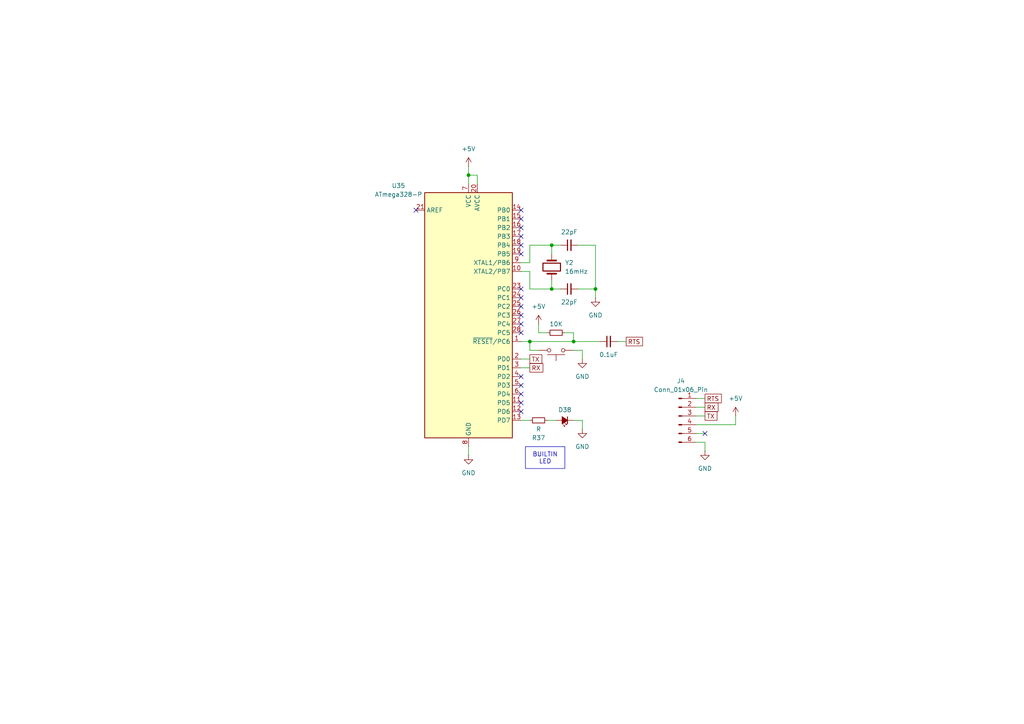
<source format=kicad_sch>
(kicad_sch (version 20231120) (generator "eeschema") (generator_version "8.0")
  (paper "A4")
  (lib_symbols
    (symbol "Connector:Conn_01x06_Pin" (pin_names (offset 1.016) hide)
      (property "Reference" "J" (at 0 7.62 0))
      (property "Value" "Conn_01x06_Pin" (at 0 -10.16 0))
      (symbol "Conn_01x06_Pin_1_1"
        (polyline (pts (xy 1.27 -7.62) (xy 0.8636 -7.62)) (stroke (width 0.1524)))
        (polyline (pts (xy 1.27 -5.08) (xy 0.8636 -5.08)) (stroke (width 0.1524)))
        (polyline (pts (xy 1.27 -2.54) (xy 0.8636 -2.54)) (stroke (width 0.1524)))
        (polyline (pts (xy 1.27 0) (xy 0.8636 0)) (stroke (width 0.1524)))
        (polyline (pts (xy 1.27 2.54) (xy 0.8636 2.54)) (stroke (width 0.1524)))
        (polyline (pts (xy 1.27 5.08) (xy 0.8636 5.08)) (stroke (width 0.1524)))
        (rectangle (start 0.8636 -7.493) (end 0 -7.747) (stroke (width 0.1524)) (fill (type outline)))
        (rectangle (start 0.8636 -4.953) (end 0 -5.207) (stroke (width 0.1524)) (fill (type outline)))
        (rectangle (start 0.8636 -2.413) (end 0 -2.667) (stroke (width 0.1524)) (fill (type outline)))
        (rectangle (start 0.8636 0.127) (end 0 -0.127) (stroke (width 0.1524)) (fill (type outline)))
        (rectangle (start 0.8636 2.667) (end 0 2.413) (stroke (width 0.1524)) (fill (type outline)))
        (rectangle (start 0.8636 5.207) (end 0 4.953) (stroke (width 0.1524)) (fill (type outline)))
        (pin passive line (at 5.08 5.08 180) (length 3.81) (name "Pin_1") (number "1"))
        (pin passive line (at 5.08 2.54 180) (length 3.81) (name "Pin_2") (number "2"))
        (pin passive line (at 5.08 0 180) (length 3.81) (name "Pin_3") (number "3"))
        (pin passive line (at 5.08 -2.54 180) (length 3.81) (name "Pin_4") (number "4"))
        (pin passive line (at 5.08 -5.08 180) (length 3.81) (name "Pin_5") (number "5"))
        (pin passive line (at 5.08 -7.62 180) (length 3.81) (name "Pin_6") (number "6"))
      )
    )
    (symbol "Device:C_Small" (pin_numbers hide) (pin_names (offset 0.254) hide)
      (property "Reference" "C" (at 0.254 1.778 0))
      (property "Value" "C_Small" (at 0.254 -2.032 0))
      (symbol "C_Small_0_1"
        (polyline (pts (xy -1.524 -0.508) (xy 1.524 -0.508)) (stroke (width 0.3302)))
        (polyline (pts (xy -1.524 0.508) (xy 1.524 0.508)) (stroke (width 0.3048)))
      )
      (symbol "C_Small_1_1"
        (pin passive line (at 0 2.54 270) (length 2.032) (name "~") (number "1"))
        (pin passive line (at 0 -2.54 90) (length 2.032) (name "~") (number "2"))
      )
    )
    (symbol "Device:Crystal" (pin_numbers hide) (pin_names (offset 1.016) hide)
      (property "Reference" "Y" (at 0 3.81 0))
      (property "Value" "Crystal" (at 0 -3.81 0))
      (symbol "Crystal_0_1"
        (rectangle (start -1.143 2.54) (end 1.143 -2.54) (stroke (width 0.3048)))
        (polyline (pts (xy -2.54 0) (xy -1.905 0)))
        (polyline (pts (xy -1.905 -1.27) (xy -1.905 1.27)) (stroke (width 0.508)))
        (polyline (pts (xy 1.905 -1.27) (xy 1.905 1.27)) (stroke (width 0.508)))
        (polyline (pts (xy 2.54 0) (xy 1.905 0)))
      )
      (symbol "Crystal_1_1"
        (pin passive line (at -3.81 0 0) (length 1.27) (name "1") (number "1"))
        (pin passive line (at 3.81 0 180) (length 1.27) (name "2") (number "2"))
      )
    )
    (symbol "Device:LED_Small_Filled" (pin_numbers hide) (pin_names (offset 0.254) hide)
      (property "Reference" "D" (at -1.27 3.175 0))
      (property "Value" "LED_Small_Filled" (at -4.445 -2.54 0))
      (symbol "LED_Small_Filled_0_1"
        (polyline (pts (xy -0.762 -1.016) (xy -0.762 1.016)) (stroke (width 0.254)))
        (polyline (pts (xy 1.016 0) (xy -0.762 0)))
        (polyline (pts (xy 0.762 -1.016) (xy -0.762 0) (xy 0.762 1.016) (xy 0.762 -1.016)) (stroke (width 0.254)) (fill (type outline)))
        (polyline (pts (xy 0 0.762) (xy -0.508 1.27) (xy -0.254 1.27) (xy -0.508 1.27) (xy -0.508 1.016)))
        (polyline (pts (xy 0.508 1.27) (xy 0 1.778) (xy 0.254 1.778) (xy 0 1.778) (xy 0 1.524)))
      )
      (symbol "LED_Small_Filled_1_1"
        (pin passive line (at -2.54 0 0) (length 1.778) (name "K") (number "1"))
        (pin passive line (at 2.54 0 180) (length 1.778) (name "A") (number "2"))
      )
    )
    (symbol "Device:R_Small" (pin_numbers hide) (pin_names (offset 0.254) hide)
      (property "Reference" "R" (at 0.762 0.508 0))
      (property "Value" "R_Small" (at 0.762 -1.016 0))
      (symbol "R_Small_0_1"
        (rectangle (start -0.762 1.778) (end 0.762 -1.778) (stroke (width 0.2032)))
      )
      (symbol "R_Small_1_1"
        (pin passive line (at 0 2.54 270) (length 0.762) (name "~") (number "1"))
        (pin passive line (at 0 -2.54 90) (length 0.762) (name "~") (number "2"))
      )
    )
    (symbol "MCU_Microchip_ATmega:ATmega328-P"
      (property "Reference" "U" (at -12.7 36.83 0))
      (property "Value" "ATmega328-P" (at 2.54 -36.83 0))
      (symbol "ATmega328-P_0_1"
        (rectangle (start -12.7 -35.56) (end 12.7 35.56) (stroke (width 0.254)) (fill (type background)))
      )
      (symbol "ATmega328-P_1_1"
        (pin bidirectional line (at 15.24 -7.62 180) (length 2.54) (name "~{RESET}/PC6") (number "1"))
        (pin bidirectional line (at 15.24 12.7 180) (length 2.54) (name "XTAL2/PB7") (number "10"))
        (pin bidirectional line (at 15.24 -25.4 180) (length 2.54) (name "PD5") (number "11"))
        (pin bidirectional line (at 15.24 -27.94 180) (length 2.54) (name "PD6") (number "12"))
        (pin bidirectional line (at 15.24 -30.48 180) (length 2.54) (name "PD7") (number "13"))
        (pin bidirectional line (at 15.24 30.48 180) (length 2.54) (name "PB0") (number "14"))
        (pin bidirectional line (at 15.24 27.94 180) (length 2.54) (name "PB1") (number "15"))
        (pin bidirectional line (at 15.24 25.4 180) (length 2.54) (name "PB2") (number "16"))
        (pin bidirectional line (at 15.24 22.86 180) (length 2.54) (name "PB3") (number "17"))
        (pin bidirectional line (at 15.24 20.32 180) (length 2.54) (name "PB4") (number "18"))
        (pin bidirectional line (at 15.24 17.78 180) (length 2.54) (name "PB5") (number "19"))
        (pin bidirectional line (at 15.24 -12.7 180) (length 2.54) (name "PD0") (number "2"))
        (pin power_in line (at 2.54 38.1 270) (length 2.54) (name "AVCC") (number "20"))
        (pin passive line (at -15.24 30.48 0) (length 2.54) (name "AREF") (number "21"))
        (pin passive line (at 0 -38.1 90) (length 2.54) hide (name "GND") (number "22"))
        (pin bidirectional line (at 15.24 7.62 180) (length 2.54) (name "PC0") (number "23"))
        (pin bidirectional line (at 15.24 5.08 180) (length 2.54) (name "PC1") (number "24"))
        (pin bidirectional line (at 15.24 2.54 180) (length 2.54) (name "PC2") (number "25"))
        (pin bidirectional line (at 15.24 0 180) (length 2.54) (name "PC3") (number "26"))
        (pin bidirectional line (at 15.24 -2.54 180) (length 2.54) (name "PC4") (number "27"))
        (pin bidirectional line (at 15.24 -5.08 180) (length 2.54) (name "PC5") (number "28"))
        (pin bidirectional line (at 15.24 -15.24 180) (length 2.54) (name "PD1") (number "3"))
        (pin bidirectional line (at 15.24 -17.78 180) (length 2.54) (name "PD2") (number "4"))
        (pin bidirectional line (at 15.24 -20.32 180) (length 2.54) (name "PD3") (number "5"))
        (pin bidirectional line (at 15.24 -22.86 180) (length 2.54) (name "PD4") (number "6"))
        (pin power_in line (at 0 38.1 270) (length 2.54) (name "VCC") (number "7"))
        (pin power_in line (at 0 -38.1 90) (length 2.54) (name "GND") (number "8"))
        (pin bidirectional line (at 15.24 15.24 180) (length 2.54) (name "XTAL1/PB6") (number "9"))
      )
    )
    (symbol "Switch:SW_Push" (pin_numbers hide) (pin_names (offset 1.016) hide)
      (property "Reference" "SW" (at 1.27 2.54 0))
      (property "Value" "SW_Push" (at 0 -1.524 0))
      (symbol "SW_Push_0_1"
        (circle (center -2.032 0) (radius 0.508))
        (polyline (pts (xy 0 1.27) (xy 0 3.048)))
        (polyline (pts (xy 2.54 1.27) (xy -2.54 1.27)))
        (circle (center 2.032 0) (radius 0.508))
        (pin passive line (at -5.08 0 0) (length 2.54) (name "1") (number "1"))
        (pin passive line (at 5.08 0 180) (length 2.54) (name "2") (number "2"))
      )
    )
    (symbol "power:+5V" (power) (pin_numbers hide) (pin_names (offset 0) hide)
      (property "Value" "+5V" (at 0 3.556 0))
      (symbol "+5V_0_1"
        (polyline (pts (xy -0.762 1.27) (xy 0 2.54)))
        (polyline (pts (xy 0 0) (xy 0 2.54)))
        (polyline (pts (xy 0 2.54) (xy 0.762 1.27)))
      )
      (symbol "+5V_1_1"
        (pin power_in line (at 0 0 90) (length 0) (name "~") (number "1"))
      )
    )
    (symbol "power:GND" (power) (pin_numbers hide) (pin_names (offset 0) hide)
      (property "Value" "GND" (at 0 -3.81 0))
      (symbol "GND_0_1"
        (polyline (pts (xy 0 0) (xy 0 -1.27) (xy 1.27 -1.27) (xy 0 -2.54) (xy -1.27 -1.27) (xy 0 -1.27)))
      )
      (symbol "GND_1_1"
        (pin power_in line (at 0 0 270) (length 0) (name "~") (number "1"))
      )
    )
  )
  (junction (at 135.89 50.8))
  (junction (at 160.02 83.82))
  (junction (at 166.37 99.06))
  (junction (at 160.02 71.12))
  (junction (at 172.72 83.82))
  (junction (at 153.67 99.06))
  (no_connect (at 151.13 114.3))
  (no_connect (at 120.65 60.96))
  (no_connect (at 151.13 119.38))
  (no_connect (at 151.13 71.12))
  (no_connect (at 151.13 96.52))
  (no_connect (at 151.13 63.5))
  (no_connect (at 151.13 68.58))
  (no_connect (at 151.13 91.44))
  (no_connect (at 151.13 66.04))
  (no_connect (at 151.13 60.96))
  (no_connect (at 151.13 111.76))
  (no_connect (at 151.13 93.98))
  (no_connect (at 151.13 73.66))
  (no_connect (at 151.13 83.82))
  (no_connect (at 151.13 86.36))
  (no_connect (at 151.13 88.9))
  (no_connect (at 204.47 125.73))
  (no_connect (at 151.13 116.84))
  (no_connect (at 151.13 109.22))
  (wire (pts (xy 151.13 104.14) (xy 153.67 104.14)))
  (wire (pts (xy 166.37 121.92) (xy 168.91 121.92)))
  (wire (pts (xy 151.13 121.92) (xy 153.67 121.92)))
  (wire (pts (xy 160.02 71.12) (xy 162.56 71.12)))
  (wire (pts (xy 138.43 50.8) (xy 138.43 53.34)))
  (wire (pts (xy 167.64 83.82) (xy 172.72 83.82)))
  (wire (pts (xy 156.21 101.6) (xy 153.67 101.6)))
  (wire (pts (xy 201.93 120.65) (xy 204.47 120.65)))
  (wire (pts (xy 135.89 48.26) (xy 135.89 50.8)))
  (wire (pts (xy 160.02 83.82) (xy 162.56 83.82)))
  (wire (pts (xy 151.13 78.74) (xy 153.67 78.74)))
  (wire (pts (xy 168.91 101.6) (xy 168.91 104.14)))
  (wire (pts (xy 168.91 121.92) (xy 168.91 124.46)))
  (wire (pts (xy 172.72 71.12) (xy 167.64 71.12)))
  (wire (pts (xy 158.75 121.92) (xy 161.29 121.92)))
  (wire (pts (xy 153.67 71.12) (xy 153.67 76.2)))
  (wire (pts (xy 166.37 101.6) (xy 168.91 101.6)))
  (wire (pts (xy 201.93 123.19) (xy 213.36 123.19)))
  (wire (pts (xy 151.13 106.68) (xy 153.67 106.68)))
  (wire (pts (xy 153.67 83.82) (xy 160.02 83.82)))
  (wire (pts (xy 201.93 118.11) (xy 204.47 118.11)))
  (wire (pts (xy 179.07 99.06) (xy 181.61 99.06)))
  (wire (pts (xy 201.93 115.57) (xy 204.47 115.57)))
  (wire (pts (xy 166.37 99.06) (xy 173.99 99.06)))
  (wire (pts (xy 201.93 128.27) (xy 204.47 128.27)))
  (wire (pts (xy 172.72 83.82) (xy 172.72 86.36)))
  (wire (pts (xy 163.83 96.52) (xy 166.37 96.52)))
  (wire (pts (xy 201.93 125.73) (xy 204.47 125.73)))
  (wire (pts (xy 166.37 96.52) (xy 166.37 99.06)))
  (wire (pts (xy 153.67 99.06) (xy 153.67 101.6)))
  (wire (pts (xy 160.02 83.82) (xy 160.02 81.28)))
  (wire (pts (xy 158.75 96.52) (xy 156.21 96.52)))
  (wire (pts (xy 172.72 71.12) (xy 172.72 83.82)))
  (wire (pts (xy 160.02 71.12) (xy 153.67 71.12)))
  (wire (pts (xy 151.13 76.2) (xy 153.67 76.2)))
  (wire (pts (xy 153.67 78.74) (xy 153.67 83.82)))
  (wire (pts (xy 160.02 73.66) (xy 160.02 71.12)))
  (wire (pts (xy 151.13 99.06) (xy 153.67 99.06)))
  (wire (pts (xy 135.89 50.8) (xy 138.43 50.8)))
  (wire (pts (xy 204.47 128.27) (xy 204.47 130.81)))
  (wire (pts (xy 135.89 129.54) (xy 135.89 132.08)))
  (wire (pts (xy 153.67 99.06) (xy 166.37 99.06)))
  (wire (pts (xy 156.21 93.98) (xy 156.21 96.52)))
  (wire (pts (xy 135.89 50.8) (xy 135.89 53.34)))
  (wire (pts (xy 213.36 120.65) (xy 213.36 123.19)))
  (text_box "BUILTIN\nLED" (at 152.4 129.54 0) (size 11.43 6.35) (effects (font (size 1.27 1.27))))
  (global_label "RX" (shape passive) (at 204.47 118.11 0) (property "Intersheetrefs" "${INTERSHEET_REFS}" (effects (hide yes))))
  (global_label "RTS" (shape passive) (at 181.61 99.06 0) (property "Intersheetrefs" "${INTERSHEET_REFS}" (effects (hide yes))))
  (global_label "RX" (shape passive) (at 153.67 106.68 0) (property "Intersheetrefs" "${INTERSHEET_REFS}" (effects (hide yes))))
  (global_label "RTS" (shape passive) (at 204.47 115.57 0) (property "Intersheetrefs" "${INTERSHEET_REFS}" (effects (hide yes))))
  (global_label "TX" (shape passive) (at 153.67 104.14 0) (property "Intersheetrefs" "${INTERSHEET_REFS}" (effects (hide yes))))
  (global_label "TX" (shape passive) (at 204.47 120.65 0) (property "Intersheetrefs" "${INTERSHEET_REFS}" (effects (hide yes))))
  (symbol (lib_id "power:GND") (at 204.47 130.81 0) (unit 1)
    (property "Reference" "#PWR053" (effects (hide yes)))
    (property "Value" "GND" (at 204.47 135.89 0))
    (property "Description" "Power symbol creates a global label with name \"GND\" , ground" (effects (hide yes)))
  )
  (symbol (lib_id "MCU_Microchip_ATmega:ATmega328-P") (at 135.89 91.44 0) (unit 1)
    (property "Reference" "U35" (at 115.57 53.8667 0))
    (property "Value" "ATmega328-P" (at 115.57 56.4067 0))
    (property "Footprint" "Package_DIP:DIP-28_W7.62mm" (effects (hide yes)))
    (property "Datasheet" "http://ww1.microchip.com/downloads/en/DeviceDoc/ATmega328_P%20AVR%20MCU%20with%20picoPower%20Technology%20Data%20Sheet%2040001984A.pdf" (effects (hide yes)))
    (property "Description" "20MHz, 32kB Flash, 2kB SRAM, 1kB EEPROM, DIP-28" (effects (hide yes)))
  )
  (symbol (lib_id "Device:C_Small") (at 176.53 99.06 90) (mirror x) (unit 1)
    (property "Reference" "C12" (effects (hide yes)))
    (property "Value" "0.1uF" (at 176.5363 102.87 90))
    (property "Description" "Unpolarized capacitor, small symbol" (effects (hide yes)))
  )
  (symbol (lib_id "power:+5V") (at 213.36 120.65 0) (unit 1)
    (property "Reference" "#PWR052" (effects (hide yes)))
    (property "Value" "+5V" (at 213.36 115.57 0))
    (property "Description" "Power symbol creates a global label with name \"+5V\"" (effects (hide yes)))
  )
  (symbol (lib_id "power:+5V") (at 156.21 93.98 0) (unit 1)
    (property "Reference" "#PWR051" (effects (hide yes)))
    (property "Value" "+5V" (at 156.21 88.9 0))
    (property "Description" "Power symbol creates a global label with name \"+5V\"" (effects (hide yes)))
  )
  (symbol (lib_id "power:GND") (at 168.91 104.14 0) (unit 1)
    (property "Reference" "#PWR050" (effects (hide yes)))
    (property "Value" "GND" (at 168.91 109.22 0))
    (property "Description" "Power symbol creates a global label with name \"GND\" , ground" (effects (hide yes)))
  )
  (symbol (lib_id "Device:Crystal") (at 160.02 77.47 90) (unit 1)
    (property "Reference" "Y2" (at 163.83 76.2 90) (effects (justify right)))
    (property "Value" "16mHz" (at 163.83 78.74 90) (effects (justify right)))
    (property "Description" "Two pin crystal" (effects (hide yes)))
  )
  (symbol (lib_id "Device:C_Small") (at 165.1 83.82 90) (mirror x) (unit 1)
    (property "Reference" "C10" (effects (hide yes)))
    (property "Value" "22pF" (at 165.1063 87.63 90))
    (property "Description" "Unpolarized capacitor, small symbol" (effects (hide yes)))
  )
  (symbol (lib_id "Connector:Conn_01x06_Pin") (at 196.85 120.65 0) (unit 1)
    (property "Reference" "J4" (at 197.485 110.49 0))
    (property "Value" "Conn_01x06_Pin" (at 197.485 113.03 0))
    (property "Description" "Generic connector, single row, 01x06, script generated" (effects (hide yes)))
  )
  (symbol (lib_id "Device:R_Small") (at 156.21 121.92 90) (mirror x) (unit 1)
    (property "Reference" "R37" (at 156.21 127 90))
    (property "Value" "R" (at 156.21 124.46 90))
    (property "Description" "Resistor, small symbol" (effects (hide yes)))
  )
  (symbol (lib_id "Device:LED_Small_Filled") (at 163.83 121.92 180) (unit 1)
    (property "Reference" "D38" (at 163.83 118.872 0))
    (property "Value" "LED_Small_Filled" (effects (hide yes)))
    (property "Description" "Light emitting diode, small symbol, filled shape" (effects (hide yes)))
  )
  (symbol (lib_id "power:GND") (at 168.91 124.46 0) (unit 1)
    (property "Reference" "#PWR047" (effects (hide yes)))
    (property "Value" "GND" (at 168.91 129.54 0))
    (property "Description" "Power symbol creates a global label with name \"GND\" , ground" (effects (hide yes)))
  )
  (symbol (lib_id "Device:R_Small") (at 161.29 96.52 270) (unit 1)
    (property "Reference" "R45" (effects (hide yes)))
    (property "Value" "10K" (at 161.29 93.98 90))
    (property "Description" "Resistor, small symbol" (effects (hide yes)))
  )
  (symbol (lib_id "power:+5V") (at 135.89 48.26 0) (unit 1)
    (property "Reference" "#PWR049" (effects (hide yes)))
    (property "Value" "+5V" (at 135.89 43.18 0))
    (property "Description" "Power symbol creates a global label with name \"+5V\"" (effects (hide yes)))
  )
  (symbol (lib_id "Device:C_Small") (at 165.1 71.12 90) (unit 1)
    (property "Reference" "C11" (effects (hide yes)))
    (property "Value" "22pF" (at 165.1063 67.31 90))
    (property "Description" "Unpolarized capacitor, small symbol" (effects (hide yes)))
  )
  (symbol (lib_id "power:GND") (at 172.72 86.36 0) (unit 1)
    (property "Reference" "#PWR014" (effects (hide yes)))
    (property "Value" "GND" (at 172.72 91.44 0))
    (property "Description" "Power symbol creates a global label with name \"GND\" , ground" (effects (hide yes)))
  )
  (symbol (lib_id "power:GND") (at 135.89 132.08 0) (unit 1)
    (property "Reference" "#PWR048" (effects (hide yes)))
    (property "Value" "GND" (at 135.89 137.16 0))
    (property "Description" "Power symbol creates a global label with name \"GND\" , ground" (effects (hide yes)))
  )
  (symbol (lib_id "Switch:SW_Push") (at 161.29 101.6 0) (mirror x) (unit 1)
    (property "Reference" "SW2" (effects (hide yes)))
    (property "Value" "SW_Push" (effects (hide yes)))
    (property "Description" "Push button switch, generic, two pins" (effects (hide yes)))
  )
)
</source>
